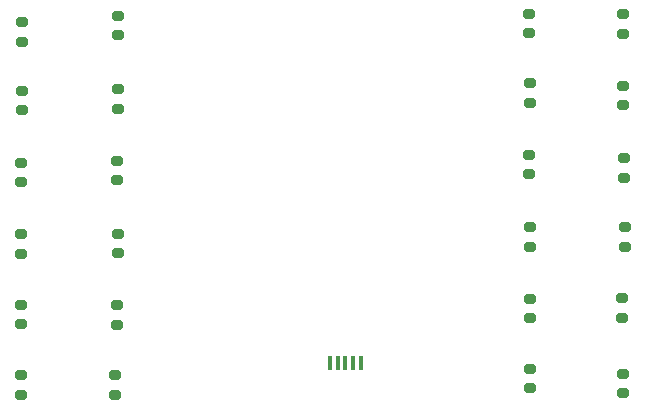
<source format=gbr>
%TF.GenerationSoftware,KiCad,Pcbnew,(7.0.0)*%
%TF.CreationDate,2023-09-27T18:47:42+02:00*%
%TF.ProjectId,ESP32Cam IR LED,45535033-3243-4616-9d20-4952204c4544,rev?*%
%TF.SameCoordinates,Original*%
%TF.FileFunction,Paste,Top*%
%TF.FilePolarity,Positive*%
%FSLAX46Y46*%
G04 Gerber Fmt 4.6, Leading zero omitted, Abs format (unit mm)*
G04 Created by KiCad (PCBNEW (7.0.0)) date 2023-09-27 18:47:42*
%MOMM*%
%LPD*%
G01*
G04 APERTURE LIST*
G04 Aperture macros list*
%AMRoundRect*
0 Rectangle with rounded corners*
0 $1 Rounding radius*
0 $2 $3 $4 $5 $6 $7 $8 $9 X,Y pos of 4 corners*
0 Add a 4 corners polygon primitive as box body*
4,1,4,$2,$3,$4,$5,$6,$7,$8,$9,$2,$3,0*
0 Add four circle primitives for the rounded corners*
1,1,$1+$1,$2,$3*
1,1,$1+$1,$4,$5*
1,1,$1+$1,$6,$7*
1,1,$1+$1,$8,$9*
0 Add four rect primitives between the rounded corners*
20,1,$1+$1,$2,$3,$4,$5,0*
20,1,$1+$1,$4,$5,$6,$7,0*
20,1,$1+$1,$6,$7,$8,$9,0*
20,1,$1+$1,$8,$9,$2,$3,0*%
G04 Aperture macros list end*
%ADD10RoundRect,0.200000X0.275000X-0.200000X0.275000X0.200000X-0.275000X0.200000X-0.275000X-0.200000X0*%
%ADD11R,0.450000X1.300000*%
G04 APERTURE END LIST*
D10*
%TO.C,R14*%
X92176600Y-48386000D03*
X92176600Y-46736000D03*
%TD*%
%TO.C,R3*%
X49144000Y-55117000D03*
X49144000Y-53467000D03*
%TD*%
%TO.C,R19*%
X100050600Y-42544000D03*
X100050600Y-40894000D03*
%TD*%
%TO.C,R17*%
X92176600Y-66661800D03*
X92176600Y-65011800D03*
%TD*%
D11*
%TO.C,J1*%
X75292199Y-70394199D03*
X75942199Y-70394199D03*
X76592199Y-70394199D03*
X77242199Y-70394199D03*
X77892199Y-70394199D03*
%TD*%
D10*
%TO.C,R11*%
X57277000Y-67183000D03*
X57277000Y-65533000D03*
%TD*%
%TO.C,R12*%
X57048400Y-73101200D03*
X57048400Y-71451200D03*
%TD*%
%TO.C,R23*%
X100025200Y-66597800D03*
X100025200Y-64947800D03*
%TD*%
%TO.C,R6*%
X49144000Y-73100200D03*
X49144000Y-71450200D03*
%TD*%
%TO.C,R13*%
X92151200Y-42518600D03*
X92151200Y-40868600D03*
%TD*%
%TO.C,R21*%
X100203000Y-54736000D03*
X100203000Y-53086000D03*
%TD*%
%TO.C,R2*%
X49194800Y-49047400D03*
X49194800Y-47397400D03*
%TD*%
%TO.C,R16*%
X92202000Y-60603400D03*
X92202000Y-58953400D03*
%TD*%
%TO.C,R15*%
X92151200Y-54456600D03*
X92151200Y-52806600D03*
%TD*%
%TO.C,R7*%
X57327800Y-42697400D03*
X57327800Y-41047400D03*
%TD*%
%TO.C,R10*%
X57327800Y-61136800D03*
X57327800Y-59486800D03*
%TD*%
%TO.C,R5*%
X49118600Y-67131200D03*
X49118600Y-65481200D03*
%TD*%
%TO.C,R8*%
X57302400Y-48894000D03*
X57302400Y-47244000D03*
%TD*%
%TO.C,R4*%
X49144000Y-61162200D03*
X49144000Y-59512200D03*
%TD*%
%TO.C,R9*%
X57277000Y-54939200D03*
X57277000Y-53289200D03*
%TD*%
%TO.C,R1*%
X49194800Y-43243000D03*
X49194800Y-41593000D03*
%TD*%
%TO.C,R24*%
X100050600Y-72973200D03*
X100050600Y-71323200D03*
%TD*%
%TO.C,R18*%
X92202000Y-72580000D03*
X92202000Y-70930000D03*
%TD*%
%TO.C,R20*%
X100126800Y-48589200D03*
X100126800Y-46939200D03*
%TD*%
%TO.C,R22*%
X100228400Y-60578000D03*
X100228400Y-58928000D03*
%TD*%
M02*

</source>
